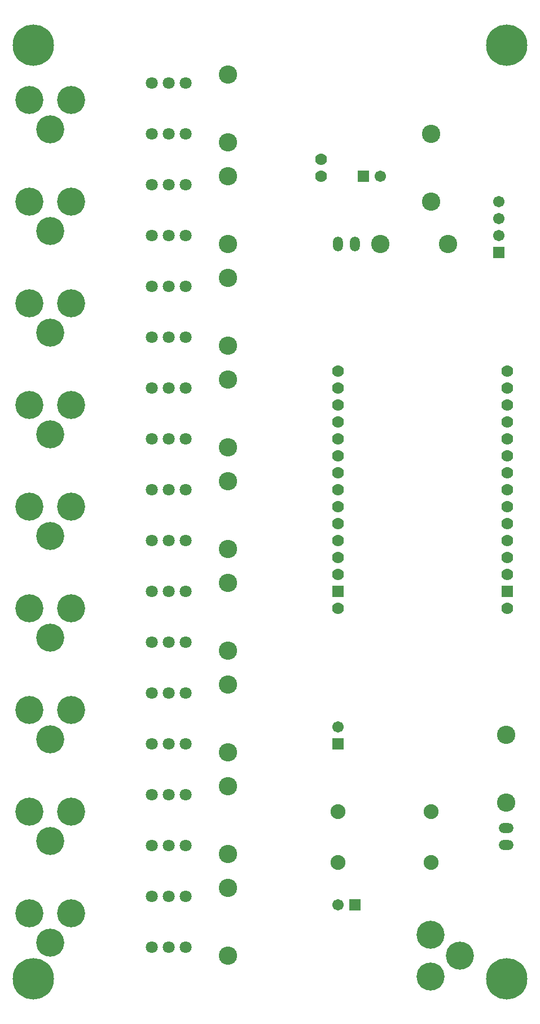
<source format=gbs>
G04 Layer_Color=16711935*
%FSLAX24Y24*%
%MOIN*%
G70*
G01*
G75*
%ADD35C,0.1655*%
%ADD36C,0.1080*%
%ADD37R,0.0671X0.0671*%
%ADD38C,0.0671*%
%ADD39C,0.0880*%
%ADD40O,0.0880X0.0580*%
%ADD41O,0.0580X0.0880*%
%ADD42R,0.0671X0.0671*%
%ADD43C,0.0710*%
%ADD44C,0.0700*%
%ADD45R,0.0700X0.0700*%
%ADD46C,0.0700*%
%ADD47C,0.2442*%
G54D35*
X-17217Y48724D02*
D03*
X-19697D02*
D03*
X-18457Y46988D02*
D03*
X-17217Y724D02*
D03*
X-19697D02*
D03*
X-18457Y-1012D02*
D03*
X-17217Y6724D02*
D03*
X-19697D02*
D03*
X-18457Y4988D02*
D03*
X-17217Y12724D02*
D03*
X-19697D02*
D03*
X-18457Y10988D02*
D03*
X-17217Y18724D02*
D03*
X-19697D02*
D03*
X-18457Y16988D02*
D03*
X-17217Y24724D02*
D03*
X-19697D02*
D03*
X-18457Y22988D02*
D03*
X-17217Y30724D02*
D03*
X-19697D02*
D03*
X-18457Y28988D02*
D03*
X-17217Y36724D02*
D03*
X-19697D02*
D03*
X-18457Y34988D02*
D03*
X-17217Y42724D02*
D03*
X-19697D02*
D03*
X-18457Y40988D02*
D03*
X4012Y-528D02*
D03*
Y-3008D02*
D03*
X5748Y-1768D02*
D03*
G54D36*
X8482Y11240D02*
D03*
Y7240D02*
D03*
X5024Y40213D02*
D03*
X1024D02*
D03*
X-7976Y50213D02*
D03*
Y46213D02*
D03*
Y26213D02*
D03*
Y22213D02*
D03*
Y20213D02*
D03*
Y16213D02*
D03*
Y44213D02*
D03*
Y40213D02*
D03*
Y14213D02*
D03*
Y10213D02*
D03*
Y38213D02*
D03*
Y34213D02*
D03*
Y8213D02*
D03*
Y4213D02*
D03*
Y32213D02*
D03*
Y28213D02*
D03*
Y2213D02*
D03*
Y-1787D02*
D03*
X4024Y42713D02*
D03*
Y46713D02*
D03*
G54D37*
X-1476Y10713D02*
D03*
X8024Y39713D02*
D03*
G54D38*
X-1476Y11713D02*
D03*
X8024Y42713D02*
D03*
Y41713D02*
D03*
Y40713D02*
D03*
X-1476Y1213D02*
D03*
X1024Y44213D02*
D03*
G54D39*
X4024Y6713D02*
D03*
Y3713D02*
D03*
X-1476Y6713D02*
D03*
Y3713D02*
D03*
G54D40*
X8482Y4740D02*
D03*
Y5740D02*
D03*
G54D41*
X-1476Y40213D02*
D03*
X-476D02*
D03*
G54D42*
Y1213D02*
D03*
X24Y44213D02*
D03*
G54D43*
X-12476Y46713D02*
D03*
X-11476D02*
D03*
X-10476D02*
D03*
Y49713D02*
D03*
X-11476D02*
D03*
X-12476D02*
D03*
Y22713D02*
D03*
X-11476D02*
D03*
X-10476D02*
D03*
Y25713D02*
D03*
X-11476D02*
D03*
X-12476D02*
D03*
Y16713D02*
D03*
X-11476D02*
D03*
X-10476D02*
D03*
Y19713D02*
D03*
X-11476D02*
D03*
X-12476D02*
D03*
Y40713D02*
D03*
X-11476D02*
D03*
X-10476D02*
D03*
Y43713D02*
D03*
X-11476D02*
D03*
X-12476D02*
D03*
Y10713D02*
D03*
X-11476D02*
D03*
X-10476D02*
D03*
Y13713D02*
D03*
X-11476D02*
D03*
X-12476D02*
D03*
Y34713D02*
D03*
X-11476D02*
D03*
X-10476D02*
D03*
Y37713D02*
D03*
X-11476D02*
D03*
X-12476D02*
D03*
Y4713D02*
D03*
X-11476D02*
D03*
X-10476D02*
D03*
Y7713D02*
D03*
X-11476D02*
D03*
X-12476D02*
D03*
Y28713D02*
D03*
X-11476D02*
D03*
X-10476D02*
D03*
Y31713D02*
D03*
X-11476D02*
D03*
X-12476D02*
D03*
Y-1287D02*
D03*
X-11476D02*
D03*
X-10476D02*
D03*
Y1713D02*
D03*
X-11476D02*
D03*
X-12476D02*
D03*
G54D44*
X-1476Y32713D02*
D03*
Y31713D02*
D03*
Y30713D02*
D03*
Y29713D02*
D03*
Y28713D02*
D03*
Y27713D02*
D03*
Y26713D02*
D03*
Y25713D02*
D03*
Y24713D02*
D03*
Y23713D02*
D03*
Y22713D02*
D03*
Y21713D02*
D03*
Y20713D02*
D03*
Y18713D02*
D03*
X8524D02*
D03*
Y20713D02*
D03*
Y21713D02*
D03*
Y22713D02*
D03*
Y23713D02*
D03*
Y24713D02*
D03*
Y25713D02*
D03*
Y26713D02*
D03*
Y27713D02*
D03*
Y28713D02*
D03*
Y29713D02*
D03*
Y30713D02*
D03*
Y31713D02*
D03*
Y32713D02*
D03*
G54D45*
Y19713D02*
D03*
X-1476D02*
D03*
G54D46*
X-2476Y45213D02*
D03*
Y44213D02*
D03*
G54D47*
X-19449Y-3150D02*
D03*
X8504D02*
D03*
Y51968D02*
D03*
X-19449D02*
D03*
M02*

</source>
